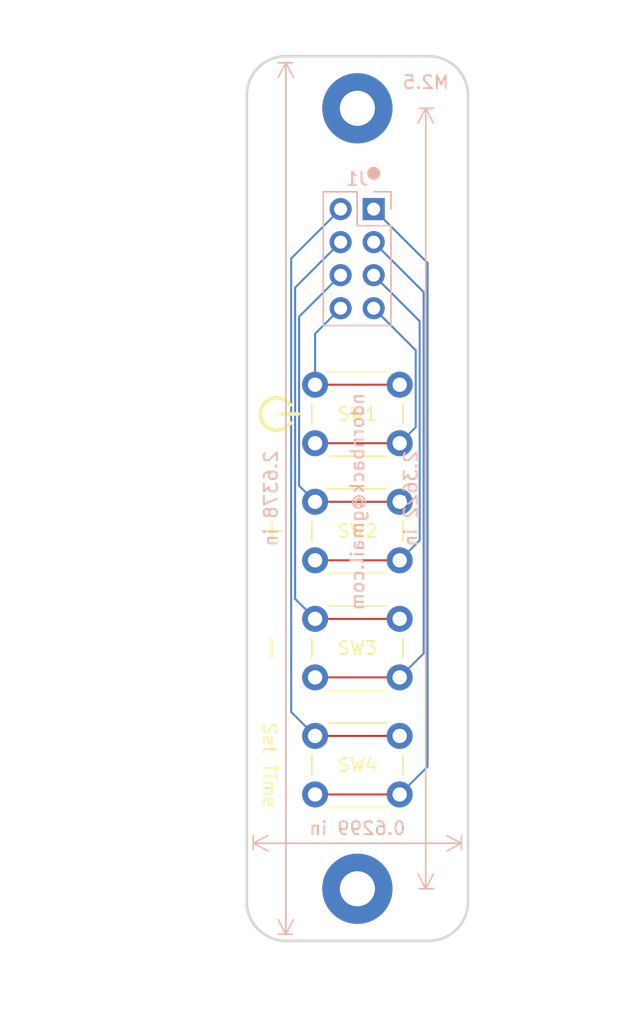
<source format=kicad_pcb>
(kicad_pcb (version 20171130) (host pcbnew "(5.1.5-0-10_14)")

  (general
    (thickness 1.6)
    (drawings 31)
    (tracks 37)
    (zones 0)
    (modules 8)
    (nets 9)
  )

  (page A4)
  (layers
    (0 F.Cu signal)
    (31 B.Cu signal)
    (32 B.Adhes user)
    (33 F.Adhes user)
    (34 B.Paste user)
    (35 F.Paste user)
    (36 B.SilkS user)
    (37 F.SilkS user)
    (38 B.Mask user)
    (39 F.Mask user)
    (40 Dwgs.User user)
    (41 Cmts.User user)
    (42 Eco1.User user)
    (43 Eco2.User user)
    (44 Edge.Cuts user)
    (45 Margin user)
    (46 B.CrtYd user)
    (47 F.CrtYd user)
    (48 B.Fab user)
    (49 F.Fab user hide)
  )

  (setup
    (last_trace_width 0.1524)
    (user_trace_width 0.1524)
    (trace_clearance 0.1524)
    (zone_clearance 0.508)
    (zone_45_only no)
    (trace_min 0.1524)
    (via_size 0.381)
    (via_drill 0.254)
    (via_min_size 0.381)
    (via_min_drill 0.254)
    (uvia_size 0.3)
    (uvia_drill 0.1)
    (uvias_allowed no)
    (uvia_min_size 0.2)
    (uvia_min_drill 0.1)
    (edge_width 0.05)
    (segment_width 0.2)
    (pcb_text_width 0.3)
    (pcb_text_size 1.5 1.5)
    (mod_edge_width 0.12)
    (mod_text_size 1 1)
    (mod_text_width 0.15)
    (pad_size 1.524 1.524)
    (pad_drill 0.762)
    (pad_to_mask_clearance 0.051)
    (solder_mask_min_width 0.25)
    (aux_axis_origin 0 0)
    (visible_elements FFFFFF7F)
    (pcbplotparams
      (layerselection 0x010fc_ffffffff)
      (usegerberextensions false)
      (usegerberattributes false)
      (usegerberadvancedattributes false)
      (creategerberjobfile false)
      (excludeedgelayer true)
      (linewidth 0.100000)
      (plotframeref false)
      (viasonmask false)
      (mode 1)
      (useauxorigin false)
      (hpglpennumber 1)
      (hpglpenspeed 20)
      (hpglpendiameter 15.000000)
      (psnegative false)
      (psa4output false)
      (plotreference true)
      (plotvalue true)
      (plotinvisibletext false)
      (padsonsilk false)
      (subtractmaskfromsilk false)
      (outputformat 1)
      (mirror false)
      (drillshape 1)
      (scaleselection 1)
      (outputdirectory ""))
  )

  (net 0 "")
  (net 1 /display_return)
  (net 2 /display)
  (net 3 /plus_return)
  (net 4 /plus)
  (net 5 /minus_return)
  (net 6 /minus)
  (net 7 /prog_return)
  (net 8 /prog)

  (net_class Default "This is the default net class."
    (clearance 0.1524)
    (trace_width 0.1524)
    (via_dia 0.381)
    (via_drill 0.254)
    (uvia_dia 0.3)
    (uvia_drill 0.1)
    (add_net /display)
    (add_net /display_return)
    (add_net /minus)
    (add_net /minus_return)
    (add_net /plus)
    (add_net /plus_return)
    (add_net /prog)
    (add_net /prog_return)
  )

  (module footprints-nad:power-symbol-on-off (layer F.Cu) (tedit 0) (tstamp 5EA4722D)
    (at 185.25 92.25 270)
    (fp_text reference G*** (at 0 0 90) (layer F.SilkS) hide
      (effects (font (size 1.524 1.524) (thickness 0.3)))
    )
    (fp_text value LOGO (at 0.75 0 90) (layer F.SilkS) hide
      (effects (font (size 1.524 1.524) (thickness 0.3)))
    )
    (fp_poly (pts (xy 0.028378 -1.584781) (xy 0.055451 -1.574406) (xy 0.082787 -1.55494) (xy 0.106777 -1.529388)
      (xy 0.120303 -1.508236) (xy 0.136525 -1.476713) (xy 0.136525 -0.117475) (xy 0.116801 -0.08255)
      (xy 0.091932 -0.049546) (xy 0.060781 -0.025646) (xy 0.025473 -0.011865) (xy -0.011866 -0.009218)
      (xy -0.030289 -0.012302) (xy -0.063075 -0.026484) (xy -0.093053 -0.050677) (xy -0.116951 -0.082197)
      (xy -0.118197 -0.084402) (xy -0.136525 -0.117475) (xy -0.136525 -1.476713) (xy -0.120304 -1.508236)
      (xy -0.096254 -1.542554) (xy -0.065094 -1.567809) (xy -0.028871 -1.582945) (xy 0.010365 -1.586909)
      (xy 0.028378 -1.584781)) (layer F.SilkS) (width 0.01))
    (fp_poly (pts (xy -0.646852 -0.978824) (xy -0.614708 -0.961854) (xy -0.588767 -0.93728) (xy -0.57028 -0.906721)
      (xy -0.560498 -0.871798) (xy -0.560673 -0.83413) (xy -0.572057 -0.795336) (xy -0.574822 -0.789493)
      (xy -0.584912 -0.772309) (xy -0.598344 -0.756116) (xy -0.617506 -0.738481) (xy -0.644784 -0.716968)
      (xy -0.649219 -0.713633) (xy -0.744584 -0.634784) (xy -0.829569 -0.548984) (xy -0.903936 -0.456661)
      (xy -0.967447 -0.358239) (xy -1.019864 -0.254145) (xy -1.060951 -0.144807) (xy -1.09047 -0.030649)
      (xy -1.108184 0.087902) (xy -1.110461 0.114378) (xy -1.11301 0.232063) (xy -1.103199 0.34836)
      (xy -1.081357 0.462389) (xy -1.047814 0.573272) (xy -1.0029 0.68013) (xy -0.946945 0.782084)
      (xy -0.880279 0.878254) (xy -0.80323 0.967762) (xy -0.782497 0.988882) (xy -0.694341 1.067603)
      (xy -0.599434 1.135809) (xy -0.498559 1.193209) (xy -0.392501 1.23951) (xy -0.282042 1.274422)
      (xy -0.167967 1.297652) (xy -0.05106 1.308909) (xy 0.067896 1.307901) (xy 0.073747 1.307532)
      (xy 0.163012 1.298665) (xy 0.246273 1.283679) (xy 0.326965 1.261627) (xy 0.408524 1.231563)
      (xy 0.494386 1.192541) (xy 0.498475 1.190526) (xy 0.60118 1.132769) (xy 0.696267 1.065113)
      (xy 0.783143 0.988234) (xy 0.861218 0.902812) (xy 0.9299 0.809523) (xy 0.988599 0.709047)
      (xy 1.036723 0.602061) (xy 1.054539 0.552671) (xy 1.086512 0.437692) (xy 1.106237 0.321254)
      (xy 1.11371 0.204279) (xy 1.108926 0.087691) (xy 1.091884 -0.027588) (xy 1.062578 -0.140636)
      (xy 1.057386 -0.156561) (xy 1.014831 -0.265652) (xy 0.962408 -0.367571) (xy 0.899684 -0.462916)
      (xy 0.82623 -0.552282) (xy 0.741613 -0.636266) (xy 0.662256 -0.702573) (xy 0.626365 -0.731152)
      (xy 0.599725 -0.754586) (xy 0.581012 -0.774757) (xy 0.568901 -0.79355) (xy 0.562067 -0.812849)
      (xy 0.559184 -0.834537) (xy 0.5588 -0.849649) (xy 0.564321 -0.890692) (xy 0.58001 -0.926025)
      (xy 0.604554 -0.954154) (xy 0.63664 -0.973582) (xy 0.674955 -0.982815) (xy 0.675758 -0.982884)
      (xy 0.700803 -0.98418) (xy 0.722007 -0.982777) (xy 0.741902 -0.977655) (xy 0.763024 -0.967795)
      (xy 0.787906 -0.952177) (xy 0.819083 -0.929783) (xy 0.832197 -0.919971) (xy 0.928873 -0.839753)
      (xy 1.019183 -0.749882) (xy 1.101638 -0.652141) (xy 1.174748 -0.548313) (xy 1.237024 -0.44018)
      (xy 1.243025 -0.428347) (xy 1.295271 -0.310042) (xy 1.336377 -0.186763) (xy 1.366015 -0.060038)
      (xy 1.383856 0.068606) (xy 1.389571 0.197642) (xy 1.388447 0.24765) (xy 1.376724 0.381868)
      (xy 1.352883 0.512293) (xy 1.316937 0.638887) (xy 1.268899 0.761617) (xy 1.208781 0.880445)
      (xy 1.136597 0.995337) (xy 1.096479 1.050644) (xy 1.071471 1.081327) (xy 1.039244 1.117486)
      (xy 1.002375 1.156508) (xy 0.963437 1.195783) (xy 0.925007 1.232699) (xy 0.889658 1.264646)
      (xy 0.866075 1.284282) (xy 0.757588 1.36191) (xy 0.64266 1.428803) (xy 0.522165 1.48457)
      (xy 0.396981 1.528822) (xy 0.267983 1.561171) (xy 0.225425 1.569049) (xy 0.184817 1.574528)
      (xy 0.135503 1.578997) (xy 0.080779 1.582349) (xy 0.023938 1.584478) (xy -0.031724 1.585279)
      (xy -0.082913 1.584645) (xy -0.126335 1.582469) (xy -0.142875 1.580912) (xy -0.275712 1.559617)
      (xy -0.4041 1.526718) (xy -0.527451 1.48262) (xy -0.645177 1.427729) (xy -0.75669 1.36245)
      (xy -0.861401 1.28719) (xy -0.958721 1.202355) (xy -1.048063 1.10835) (xy -1.128837 1.00558)
      (xy -1.200456 0.894452) (xy -1.23783 0.825816) (xy -1.2926 0.704835) (xy -1.335358 0.580612)
      (xy -1.365973 0.453866) (xy -1.384314 0.325314) (xy -1.39025 0.195672) (xy -1.383649 0.065658)
      (xy -1.381121 0.042281) (xy -1.359368 -0.091657) (xy -1.326037 -0.220385) (xy -1.281095 -0.343976)
      (xy -1.22451 -0.462504) (xy -1.156249 -0.576045) (xy -1.07628 -0.684673) (xy -1.045892 -0.721111)
      (xy -1.00902 -0.761838) (xy -0.968724 -0.802609) (xy -0.926533 -0.842173) (xy -0.883974 -0.879284)
      (xy -0.842577 -0.912691) (xy -0.80387 -0.941147) (xy -0.769381 -0.963403) (xy -0.740638 -0.97821)
      (xy -0.724741 -0.983477) (xy -0.683947 -0.986572) (xy -0.646852 -0.978824)) (layer F.SilkS) (width 0.01))
  )

  (module MountingHole:MountingHole_2.7mm_M2.5_Pad (layer F.Cu) (tedit 56D1B4CB) (tstamp 5EA47201)
    (at 191.25 128.75)
    (descr "Mounting Hole 2.7mm, M2.5")
    (tags "mounting hole 2.7mm m2.5")
    (attr virtual)
    (fp_text reference REF** (at 0 -3.7) (layer F.SilkS) hide
      (effects (font (size 1 1) (thickness 0.15)))
    )
    (fp_text value MountingHole_2.7mm_M2.5_Pad (at 0 3.7) (layer F.Fab)
      (effects (font (size 1 1) (thickness 0.15)))
    )
    (fp_circle (center 0 0) (end 2.95 0) (layer F.CrtYd) (width 0.05))
    (fp_circle (center 0 0) (end 2.7 0) (layer Cmts.User) (width 0.15))
    (fp_text user %R (at 0.3 0) (layer F.Fab)
      (effects (font (size 1 1) (thickness 0.15)))
    )
    (pad 1 thru_hole circle (at 0 0) (size 5.4 5.4) (drill 2.7) (layers *.Cu *.Mask))
  )

  (module MountingHole:MountingHole_2.7mm_M2.5_Pad (layer F.Cu) (tedit 56D1B4CB) (tstamp 5EA4700D)
    (at 191.25 68.75)
    (descr "Mounting Hole 2.7mm, M2.5")
    (tags "mounting hole 2.7mm m2.5")
    (attr virtual)
    (fp_text reference REF** (at 0 -3.7) (layer F.SilkS) hide
      (effects (font (size 1 1) (thickness 0.15)))
    )
    (fp_text value MountingHole_2.7mm_M2.5_Pad (at 0 3.7) (layer F.Fab)
      (effects (font (size 1 1) (thickness 0.15)))
    )
    (fp_circle (center 0 0) (end 2.95 0) (layer F.CrtYd) (width 0.05))
    (fp_circle (center 0 0) (end 2.7 0) (layer Cmts.User) (width 0.15))
    (fp_text user %R (at 0.3 0) (layer F.Fab)
      (effects (font (size 1 1) (thickness 0.15)))
    )
    (pad 1 thru_hole circle (at 0 0) (size 5.4 5.4) (drill 2.7) (layers *.Cu *.Mask))
  )

  (module Button_Switch_THT:SW_PUSH_6mm (layer F.Cu) (tedit 5A02FE31) (tstamp 5EA46802)
    (at 188 117)
    (descr https://www.omron.com/ecb/products/pdf/en-b3f.pdf)
    (tags "tact sw push 6mm")
    (path /5EA3EF85)
    (fp_text reference SW4 (at 3.25 2.25) (layer F.SilkS)
      (effects (font (size 1 1) (thickness 0.15)))
    )
    (fp_text value SW_Push (at 3.75 6.7) (layer F.Fab)
      (effects (font (size 1 1) (thickness 0.15)))
    )
    (fp_circle (center 3.25 2.25) (end 1.25 2.5) (layer F.Fab) (width 0.1))
    (fp_line (start 6.75 3) (end 6.75 1.5) (layer F.SilkS) (width 0.12))
    (fp_line (start 5.5 -1) (end 1 -1) (layer F.SilkS) (width 0.12))
    (fp_line (start -0.25 1.5) (end -0.25 3) (layer F.SilkS) (width 0.12))
    (fp_line (start 1 5.5) (end 5.5 5.5) (layer F.SilkS) (width 0.12))
    (fp_line (start 8 -1.25) (end 8 5.75) (layer F.CrtYd) (width 0.05))
    (fp_line (start 7.75 6) (end -1.25 6) (layer F.CrtYd) (width 0.05))
    (fp_line (start -1.5 5.75) (end -1.5 -1.25) (layer F.CrtYd) (width 0.05))
    (fp_line (start -1.25 -1.5) (end 7.75 -1.5) (layer F.CrtYd) (width 0.05))
    (fp_line (start -1.5 6) (end -1.25 6) (layer F.CrtYd) (width 0.05))
    (fp_line (start -1.5 5.75) (end -1.5 6) (layer F.CrtYd) (width 0.05))
    (fp_line (start -1.5 -1.5) (end -1.25 -1.5) (layer F.CrtYd) (width 0.05))
    (fp_line (start -1.5 -1.25) (end -1.5 -1.5) (layer F.CrtYd) (width 0.05))
    (fp_line (start 8 -1.5) (end 8 -1.25) (layer F.CrtYd) (width 0.05))
    (fp_line (start 7.75 -1.5) (end 8 -1.5) (layer F.CrtYd) (width 0.05))
    (fp_line (start 8 6) (end 8 5.75) (layer F.CrtYd) (width 0.05))
    (fp_line (start 7.75 6) (end 8 6) (layer F.CrtYd) (width 0.05))
    (fp_line (start 0.25 -0.75) (end 3.25 -0.75) (layer F.Fab) (width 0.1))
    (fp_line (start 0.25 5.25) (end 0.25 -0.75) (layer F.Fab) (width 0.1))
    (fp_line (start 6.25 5.25) (end 0.25 5.25) (layer F.Fab) (width 0.1))
    (fp_line (start 6.25 -0.75) (end 6.25 5.25) (layer F.Fab) (width 0.1))
    (fp_line (start 3.25 -0.75) (end 6.25 -0.75) (layer F.Fab) (width 0.1))
    (fp_text user %R (at 3.25 2.25) (layer F.Fab)
      (effects (font (size 1 1) (thickness 0.15)))
    )
    (pad 1 thru_hole circle (at 6.5 0 90) (size 2 2) (drill 1.1) (layers *.Cu *.Mask)
      (net 7 /prog_return))
    (pad 2 thru_hole circle (at 6.5 4.5 90) (size 2 2) (drill 1.1) (layers *.Cu *.Mask)
      (net 8 /prog))
    (pad 1 thru_hole circle (at 0 0 90) (size 2 2) (drill 1.1) (layers *.Cu *.Mask)
      (net 7 /prog_return))
    (pad 2 thru_hole circle (at 0 4.5 90) (size 2 2) (drill 1.1) (layers *.Cu *.Mask)
      (net 8 /prog))
    (model ${KISYS3DMOD}/Button_Switch_THT.3dshapes/SW_PUSH_6mm.wrl
      (at (xyz 0 0 0))
      (scale (xyz 1 1 1))
      (rotate (xyz 0 0 0))
    )
  )

  (module Button_Switch_THT:SW_PUSH_6mm (layer F.Cu) (tedit 5A02FE31) (tstamp 5EA46B29)
    (at 188 108)
    (descr https://www.omron.com/ecb/products/pdf/en-b3f.pdf)
    (tags "tact sw push 6mm")
    (path /5EA3EDB4)
    (fp_text reference SW3 (at 3.25 2.25) (layer F.SilkS)
      (effects (font (size 1 1) (thickness 0.15)))
    )
    (fp_text value SW_Push (at 3.75 6.7) (layer F.Fab)
      (effects (font (size 1 1) (thickness 0.15)))
    )
    (fp_circle (center 3.25 2.25) (end 1.25 2.5) (layer F.Fab) (width 0.1))
    (fp_line (start 6.75 3) (end 6.75 1.5) (layer F.SilkS) (width 0.12))
    (fp_line (start 5.5 -1) (end 1 -1) (layer F.SilkS) (width 0.12))
    (fp_line (start -0.25 1.5) (end -0.25 3) (layer F.SilkS) (width 0.12))
    (fp_line (start 1 5.5) (end 5.5 5.5) (layer F.SilkS) (width 0.12))
    (fp_line (start 8 -1.25) (end 8 5.75) (layer F.CrtYd) (width 0.05))
    (fp_line (start 7.75 6) (end -1.25 6) (layer F.CrtYd) (width 0.05))
    (fp_line (start -1.5 5.75) (end -1.5 -1.25) (layer F.CrtYd) (width 0.05))
    (fp_line (start -1.25 -1.5) (end 7.75 -1.5) (layer F.CrtYd) (width 0.05))
    (fp_line (start -1.5 6) (end -1.25 6) (layer F.CrtYd) (width 0.05))
    (fp_line (start -1.5 5.75) (end -1.5 6) (layer F.CrtYd) (width 0.05))
    (fp_line (start -1.5 -1.5) (end -1.25 -1.5) (layer F.CrtYd) (width 0.05))
    (fp_line (start -1.5 -1.25) (end -1.5 -1.5) (layer F.CrtYd) (width 0.05))
    (fp_line (start 8 -1.5) (end 8 -1.25) (layer F.CrtYd) (width 0.05))
    (fp_line (start 7.75 -1.5) (end 8 -1.5) (layer F.CrtYd) (width 0.05))
    (fp_line (start 8 6) (end 8 5.75) (layer F.CrtYd) (width 0.05))
    (fp_line (start 7.75 6) (end 8 6) (layer F.CrtYd) (width 0.05))
    (fp_line (start 0.25 -0.75) (end 3.25 -0.75) (layer F.Fab) (width 0.1))
    (fp_line (start 0.25 5.25) (end 0.25 -0.75) (layer F.Fab) (width 0.1))
    (fp_line (start 6.25 5.25) (end 0.25 5.25) (layer F.Fab) (width 0.1))
    (fp_line (start 6.25 -0.75) (end 6.25 5.25) (layer F.Fab) (width 0.1))
    (fp_line (start 3.25 -0.75) (end 6.25 -0.75) (layer F.Fab) (width 0.1))
    (fp_text user %R (at 3.25 2.25) (layer F.Fab)
      (effects (font (size 1 1) (thickness 0.15)))
    )
    (pad 1 thru_hole circle (at 6.5 0 90) (size 2 2) (drill 1.1) (layers *.Cu *.Mask)
      (net 5 /minus_return))
    (pad 2 thru_hole circle (at 6.5 4.5 90) (size 2 2) (drill 1.1) (layers *.Cu *.Mask)
      (net 6 /minus))
    (pad 1 thru_hole circle (at 0 0 90) (size 2 2) (drill 1.1) (layers *.Cu *.Mask)
      (net 5 /minus_return))
    (pad 2 thru_hole circle (at 0 4.5 90) (size 2 2) (drill 1.1) (layers *.Cu *.Mask)
      (net 6 /minus))
    (model ${KISYS3DMOD}/Button_Switch_THT.3dshapes/SW_PUSH_6mm.wrl
      (at (xyz 0 0 0))
      (scale (xyz 1 1 1))
      (rotate (xyz 0 0 0))
    )
  )

  (module Button_Switch_THT:SW_PUSH_6mm (layer F.Cu) (tedit 5A02FE31) (tstamp 5EA467C4)
    (at 188 99)
    (descr https://www.omron.com/ecb/products/pdf/en-b3f.pdf)
    (tags "tact sw push 6mm")
    (path /5EA3EB5C)
    (fp_text reference SW2 (at 3.25 2.25) (layer F.SilkS)
      (effects (font (size 1 1) (thickness 0.15)))
    )
    (fp_text value SW_Push (at 3.75 6.7) (layer F.Fab)
      (effects (font (size 1 1) (thickness 0.15)))
    )
    (fp_circle (center 3.25 2.25) (end 1.25 2.5) (layer F.Fab) (width 0.1))
    (fp_line (start 6.75 3) (end 6.75 1.5) (layer F.SilkS) (width 0.12))
    (fp_line (start 5.5 -1) (end 1 -1) (layer F.SilkS) (width 0.12))
    (fp_line (start -0.25 1.5) (end -0.25 3) (layer F.SilkS) (width 0.12))
    (fp_line (start 1 5.5) (end 5.5 5.5) (layer F.SilkS) (width 0.12))
    (fp_line (start 8 -1.25) (end 8 5.75) (layer F.CrtYd) (width 0.05))
    (fp_line (start 7.75 6) (end -1.25 6) (layer F.CrtYd) (width 0.05))
    (fp_line (start -1.5 5.75) (end -1.5 -1.25) (layer F.CrtYd) (width 0.05))
    (fp_line (start -1.25 -1.5) (end 7.75 -1.5) (layer F.CrtYd) (width 0.05))
    (fp_line (start -1.5 6) (end -1.25 6) (layer F.CrtYd) (width 0.05))
    (fp_line (start -1.5 5.75) (end -1.5 6) (layer F.CrtYd) (width 0.05))
    (fp_line (start -1.5 -1.5) (end -1.25 -1.5) (layer F.CrtYd) (width 0.05))
    (fp_line (start -1.5 -1.25) (end -1.5 -1.5) (layer F.CrtYd) (width 0.05))
    (fp_line (start 8 -1.5) (end 8 -1.25) (layer F.CrtYd) (width 0.05))
    (fp_line (start 7.75 -1.5) (end 8 -1.5) (layer F.CrtYd) (width 0.05))
    (fp_line (start 8 6) (end 8 5.75) (layer F.CrtYd) (width 0.05))
    (fp_line (start 7.75 6) (end 8 6) (layer F.CrtYd) (width 0.05))
    (fp_line (start 0.25 -0.75) (end 3.25 -0.75) (layer F.Fab) (width 0.1))
    (fp_line (start 0.25 5.25) (end 0.25 -0.75) (layer F.Fab) (width 0.1))
    (fp_line (start 6.25 5.25) (end 0.25 5.25) (layer F.Fab) (width 0.1))
    (fp_line (start 6.25 -0.75) (end 6.25 5.25) (layer F.Fab) (width 0.1))
    (fp_line (start 3.25 -0.75) (end 6.25 -0.75) (layer F.Fab) (width 0.1))
    (fp_text user %R (at 3.25 2.25) (layer F.Fab)
      (effects (font (size 1 1) (thickness 0.15)))
    )
    (pad 1 thru_hole circle (at 6.5 0 90) (size 2 2) (drill 1.1) (layers *.Cu *.Mask)
      (net 3 /plus_return))
    (pad 2 thru_hole circle (at 6.5 4.5 90) (size 2 2) (drill 1.1) (layers *.Cu *.Mask)
      (net 4 /plus))
    (pad 1 thru_hole circle (at 0 0 90) (size 2 2) (drill 1.1) (layers *.Cu *.Mask)
      (net 3 /plus_return))
    (pad 2 thru_hole circle (at 0 4.5 90) (size 2 2) (drill 1.1) (layers *.Cu *.Mask)
      (net 4 /plus))
    (model ${KISYS3DMOD}/Button_Switch_THT.3dshapes/SW_PUSH_6mm.wrl
      (at (xyz 0 0 0))
      (scale (xyz 1 1 1))
      (rotate (xyz 0 0 0))
    )
  )

  (module Button_Switch_THT:SW_PUSH_6mm (layer F.Cu) (tedit 5A02FE31) (tstamp 5EA469C1)
    (at 188 90)
    (descr https://www.omron.com/ecb/products/pdf/en-b3f.pdf)
    (tags "tact sw push 6mm")
    (path /5EA3E0DF)
    (fp_text reference SW1 (at 3.25 2.25) (layer F.SilkS)
      (effects (font (size 1 1) (thickness 0.15)))
    )
    (fp_text value SW_Push (at 3.75 6.7) (layer F.Fab)
      (effects (font (size 1 1) (thickness 0.15)))
    )
    (fp_circle (center 3.25 2.25) (end 1.25 2.5) (layer F.Fab) (width 0.1))
    (fp_line (start 6.75 3) (end 6.75 1.5) (layer F.SilkS) (width 0.12))
    (fp_line (start 5.5 -1) (end 1 -1) (layer F.SilkS) (width 0.12))
    (fp_line (start -0.25 1.5) (end -0.25 3) (layer F.SilkS) (width 0.12))
    (fp_line (start 1 5.5) (end 5.5 5.5) (layer F.SilkS) (width 0.12))
    (fp_line (start 8 -1.25) (end 8 5.75) (layer F.CrtYd) (width 0.05))
    (fp_line (start 7.75 6) (end -1.25 6) (layer F.CrtYd) (width 0.05))
    (fp_line (start -1.5 5.75) (end -1.5 -1.25) (layer F.CrtYd) (width 0.05))
    (fp_line (start -1.25 -1.5) (end 7.75 -1.5) (layer F.CrtYd) (width 0.05))
    (fp_line (start -1.5 6) (end -1.25 6) (layer F.CrtYd) (width 0.05))
    (fp_line (start -1.5 5.75) (end -1.5 6) (layer F.CrtYd) (width 0.05))
    (fp_line (start -1.5 -1.5) (end -1.25 -1.5) (layer F.CrtYd) (width 0.05))
    (fp_line (start -1.5 -1.25) (end -1.5 -1.5) (layer F.CrtYd) (width 0.05))
    (fp_line (start 8 -1.5) (end 8 -1.25) (layer F.CrtYd) (width 0.05))
    (fp_line (start 7.75 -1.5) (end 8 -1.5) (layer F.CrtYd) (width 0.05))
    (fp_line (start 8 6) (end 8 5.75) (layer F.CrtYd) (width 0.05))
    (fp_line (start 7.75 6) (end 8 6) (layer F.CrtYd) (width 0.05))
    (fp_line (start 0.25 -0.75) (end 3.25 -0.75) (layer F.Fab) (width 0.1))
    (fp_line (start 0.25 5.25) (end 0.25 -0.75) (layer F.Fab) (width 0.1))
    (fp_line (start 6.25 5.25) (end 0.25 5.25) (layer F.Fab) (width 0.1))
    (fp_line (start 6.25 -0.75) (end 6.25 5.25) (layer F.Fab) (width 0.1))
    (fp_line (start 3.25 -0.75) (end 6.25 -0.75) (layer F.Fab) (width 0.1))
    (fp_text user %R (at 3.25 2.25) (layer F.Fab)
      (effects (font (size 1 1) (thickness 0.15)))
    )
    (pad 1 thru_hole circle (at 6.5 0 90) (size 2 2) (drill 1.1) (layers *.Cu *.Mask)
      (net 1 /display_return))
    (pad 2 thru_hole circle (at 6.5 4.5 90) (size 2 2) (drill 1.1) (layers *.Cu *.Mask)
      (net 2 /display))
    (pad 1 thru_hole circle (at 0 0 90) (size 2 2) (drill 1.1) (layers *.Cu *.Mask)
      (net 1 /display_return))
    (pad 2 thru_hole circle (at 0 4.5 90) (size 2 2) (drill 1.1) (layers *.Cu *.Mask)
      (net 2 /display))
    (model ${KISYS3DMOD}/Button_Switch_THT.3dshapes/SW_PUSH_6mm.wrl
      (at (xyz 0 0 0))
      (scale (xyz 1 1 1))
      (rotate (xyz 0 0 0))
    )
  )

  (module Connector_PinHeader_2.54mm:PinHeader_2x04_P2.54mm_Vertical (layer B.Cu) (tedit 59FED5CC) (tstamp 5EA47067)
    (at 192.5 76.5 180)
    (descr "Through hole straight pin header, 2x04, 2.54mm pitch, double rows")
    (tags "Through hole pin header THT 2x04 2.54mm double row")
    (path /5EA3D249)
    (fp_text reference J1 (at 1.27 2.33) (layer B.SilkS)
      (effects (font (size 1 1) (thickness 0.15)) (justify mirror))
    )
    (fp_text value Conn_01x08 (at 1.27 -9.95) (layer B.Fab)
      (effects (font (size 1 1) (thickness 0.15)) (justify mirror))
    )
    (fp_text user %R (at 1.27 -3.81) (layer B.Fab)
      (effects (font (size 1 1) (thickness 0.15)) (justify mirror))
    )
    (fp_line (start 4.35 1.8) (end -1.8 1.8) (layer B.CrtYd) (width 0.05))
    (fp_line (start 4.35 -9.4) (end 4.35 1.8) (layer B.CrtYd) (width 0.05))
    (fp_line (start -1.8 -9.4) (end 4.35 -9.4) (layer B.CrtYd) (width 0.05))
    (fp_line (start -1.8 1.8) (end -1.8 -9.4) (layer B.CrtYd) (width 0.05))
    (fp_line (start -1.33 1.33) (end 0 1.33) (layer B.SilkS) (width 0.12))
    (fp_line (start -1.33 0) (end -1.33 1.33) (layer B.SilkS) (width 0.12))
    (fp_line (start 1.27 1.33) (end 3.87 1.33) (layer B.SilkS) (width 0.12))
    (fp_line (start 1.27 -1.27) (end 1.27 1.33) (layer B.SilkS) (width 0.12))
    (fp_line (start -1.33 -1.27) (end 1.27 -1.27) (layer B.SilkS) (width 0.12))
    (fp_line (start 3.87 1.33) (end 3.87 -8.95) (layer B.SilkS) (width 0.12))
    (fp_line (start -1.33 -1.27) (end -1.33 -8.95) (layer B.SilkS) (width 0.12))
    (fp_line (start -1.33 -8.95) (end 3.87 -8.95) (layer B.SilkS) (width 0.12))
    (fp_line (start -1.27 0) (end 0 1.27) (layer B.Fab) (width 0.1))
    (fp_line (start -1.27 -8.89) (end -1.27 0) (layer B.Fab) (width 0.1))
    (fp_line (start 3.81 -8.89) (end -1.27 -8.89) (layer B.Fab) (width 0.1))
    (fp_line (start 3.81 1.27) (end 3.81 -8.89) (layer B.Fab) (width 0.1))
    (fp_line (start 0 1.27) (end 3.81 1.27) (layer B.Fab) (width 0.1))
    (pad 8 thru_hole oval (at 2.54 -7.62 180) (size 1.7 1.7) (drill 1) (layers *.Cu *.Mask)
      (net 1 /display_return))
    (pad 7 thru_hole oval (at 0 -7.62 180) (size 1.7 1.7) (drill 1) (layers *.Cu *.Mask)
      (net 2 /display))
    (pad 6 thru_hole oval (at 2.54 -5.08 180) (size 1.7 1.7) (drill 1) (layers *.Cu *.Mask)
      (net 3 /plus_return))
    (pad 5 thru_hole oval (at 0 -5.08 180) (size 1.7 1.7) (drill 1) (layers *.Cu *.Mask)
      (net 4 /plus))
    (pad 4 thru_hole oval (at 2.54 -2.54 180) (size 1.7 1.7) (drill 1) (layers *.Cu *.Mask)
      (net 5 /minus_return))
    (pad 3 thru_hole oval (at 0 -2.54 180) (size 1.7 1.7) (drill 1) (layers *.Cu *.Mask)
      (net 6 /minus))
    (pad 2 thru_hole oval (at 2.54 0 180) (size 1.7 1.7) (drill 1) (layers *.Cu *.Mask)
      (net 7 /prog_return))
    (pad 1 thru_hole rect (at 0 0 180) (size 1.7 1.7) (drill 1) (layers *.Cu *.Mask)
      (net 8 /prog))
    (model ${KISYS3DMOD}/Connector_PinHeader_2.54mm.3dshapes/PinHeader_2x04_P2.54mm_Vertical.wrl
      (at (xyz 0 0 0))
      (scale (xyz 1 1 1))
      (rotate (xyz 0 0 0))
    )
  )

  (gr_circle (center 192.5 73.75) (end 192.75 73.75) (layer B.SilkS) (width 0.5))
  (gr_text ndornback@gmail.com (at 191.25 99 90) (layer B.SilkS)
    (effects (font (size 1 1) (thickness 0.15)) (justify mirror))
  )
  (gr_text M2.5 (at 196.5 66.75) (layer B.SilkS)
    (effects (font (size 1 1) (thickness 0.15)) (justify mirror))
  )
  (dimension 16 (width 0.12) (layer B.SilkS)
    (gr_text "17.000 mm" (at 191.25 123.98) (layer B.SilkS)
      (effects (font (size 1 1) (thickness 0.15)) (justify mirror))
    )
    (feature1 (pts (xy 199.25 125.75) (xy 199.25 124.663579)))
    (feature2 (pts (xy 183.25 125.75) (xy 183.25 124.663579)))
    (crossbar (pts (xy 183.25 125.25) (xy 199.25 125.25)))
    (arrow1a (pts (xy 199.25 125.25) (xy 198.123496 125.836421)))
    (arrow1b (pts (xy 199.25 125.25) (xy 198.123496 124.663579)))
    (arrow2a (pts (xy 183.25 125.25) (xy 184.376504 125.836421)))
    (arrow2b (pts (xy 183.25 125.25) (xy 184.376504 124.663579)))
  )
  (dimension 67 (width 0.12) (layer B.SilkS)
    (gr_text "68.000 mm" (at 184.48 98.75 90) (layer B.SilkS)
      (effects (font (size 1 1) (thickness 0.15)) (justify mirror))
    )
    (feature1 (pts (xy 186.25 65.25) (xy 185.163579 65.25)))
    (feature2 (pts (xy 186.25 132.25) (xy 185.163579 132.25)))
    (crossbar (pts (xy 185.75 132.25) (xy 185.75 65.25)))
    (arrow1a (pts (xy 185.75 65.25) (xy 186.336421 66.376504)))
    (arrow1b (pts (xy 185.75 65.25) (xy 185.163579 66.376504)))
    (arrow2a (pts (xy 185.75 132.25) (xy 186.336421 131.123496)))
    (arrow2b (pts (xy 185.75 132.25) (xy 185.163579 131.123496)))
  )
  (dimension 60 (width 0.12) (layer B.SilkS)
    (gr_text "60.000 mm" (at 197.77 98.75 90) (layer B.SilkS)
      (effects (font (size 1 1) (thickness 0.15)) (justify mirror))
    )
    (feature1 (pts (xy 196 68.75) (xy 197.086421 68.75)))
    (feature2 (pts (xy 196 128.75) (xy 197.086421 128.75)))
    (crossbar (pts (xy 196.5 128.75) (xy 196.5 68.75)))
    (arrow1a (pts (xy 196.5 68.75) (xy 197.086421 69.876504)))
    (arrow1b (pts (xy 196.5 68.75) (xy 195.913579 69.876504)))
    (arrow2a (pts (xy 196.5 128.75) (xy 197.086421 127.623496)))
    (arrow2b (pts (xy 196.5 128.75) (xy 195.913579 127.623496)))
  )
  (dimension 17 (width 0.15) (layer Dwgs.User)
    (gr_text "17.000 mm" (at 191.25 138.3) (layer Dwgs.User)
      (effects (font (size 1 1) (thickness 0.15)))
    )
    (feature1 (pts (xy 182.75 129.25) (xy 182.75 137.586421)))
    (feature2 (pts (xy 199.75 129.25) (xy 199.75 137.586421)))
    (crossbar (pts (xy 199.75 137) (xy 182.75 137)))
    (arrow1a (pts (xy 182.75 137) (xy 183.876504 136.413579)))
    (arrow1b (pts (xy 182.75 137) (xy 183.876504 137.586421)))
    (arrow2a (pts (xy 199.75 137) (xy 198.623496 136.413579)))
    (arrow2b (pts (xy 199.75 137) (xy 198.623496 137.586421)))
  )
  (dimension 60 (width 0.15) (layer Dwgs.User)
    (gr_text "60.000 mm" (at 210.55 98.75 90) (layer Dwgs.User)
      (effects (font (size 1 1) (thickness 0.15)))
    )
    (feature1 (pts (xy 191.25 68.75) (xy 209.836421 68.75)))
    (feature2 (pts (xy 191.25 128.75) (xy 209.836421 128.75)))
    (crossbar (pts (xy 209.25 128.75) (xy 209.25 68.75)))
    (arrow1a (pts (xy 209.25 68.75) (xy 209.836421 69.876504)))
    (arrow1b (pts (xy 209.25 68.75) (xy 208.663579 69.876504)))
    (arrow2a (pts (xy 209.25 128.75) (xy 209.836421 127.623496)))
    (arrow2b (pts (xy 209.25 128.75) (xy 208.663579 127.623496)))
  )
  (dimension 68 (width 0.15) (layer Dwgs.User)
    (gr_text "68.000 mm" (at 167.45 98.75 90) (layer Dwgs.User)
      (effects (font (size 1 1) (thickness 0.15)))
    )
    (feature1 (pts (xy 191.25 64.75) (xy 168.163579 64.75)))
    (feature2 (pts (xy 191.25 132.75) (xy 168.163579 132.75)))
    (crossbar (pts (xy 168.75 132.75) (xy 168.75 64.75)))
    (arrow1a (pts (xy 168.75 64.75) (xy 169.336421 65.876504)))
    (arrow1b (pts (xy 168.75 64.75) (xy 168.163579 65.876504)))
    (arrow2a (pts (xy 168.75 132.75) (xy 169.336421 131.623496)))
    (arrow2b (pts (xy 168.75 132.75) (xy 168.163579 131.623496)))
  )
  (gr_text "Cable Direction" (at 175.75 83.75) (layer Cmts.User)
    (effects (font (size 1 1) (thickness 0.15)))
  )
  (gr_arc (start 196.75 129.75) (end 196.75 132.75) (angle -90) (layer Edge.Cuts) (width 0.2) (tstamp 5EA47477))
  (gr_arc (start 185.75 129.75) (end 182.75 129.75) (angle -90) (layer Edge.Cuts) (width 0.2) (tstamp 5EA47477))
  (gr_arc (start 196.75 67.75) (end 199.75 67.75) (angle -90) (layer Edge.Cuts) (width 0.2) (tstamp 5EA47477))
  (gr_arc (start 185.75 67.75) (end 185.75 64.75) (angle -90) (layer Edge.Cuts) (width 0.2))
  (gr_line (start 199.75 129.75) (end 199.75 67.75) (layer Edge.Cuts) (width 0.2) (tstamp 5EA473E9))
  (gr_line (start 182.75 67.75) (end 182.75 129.75) (layer Edge.Cuts) (width 0.2) (tstamp 5EA477F0))
  (gr_line (start 196.75 64.75) (end 185.75 64.75) (layer Edge.Cuts) (width 0.2) (tstamp 5EA473E6))
  (gr_line (start 196.75 132.75) (end 185.75 132.75) (layer Edge.Cuts) (width 0.2))
  (gr_line (start 174 82) (end 172 80) (layer Cmts.User) (width 0.15) (tstamp 5EA4735F))
  (gr_line (start 174 78) (end 174 82) (layer Cmts.User) (width 0.15))
  (gr_line (start 172 80) (end 174 78) (layer Cmts.User) (width 0.15))
  (gr_line (start 181 80) (end 172 80) (layer Cmts.User) (width 0.15))
  (gr_line (start 184.5 87.5) (end 184.5 129.75) (layer Cmts.User) (width 0.15))
  (gr_line (start 185.25 92.25) (end 197.25 92.25) (layer Cmts.User) (width 0.15) (tstamp 5EA4724F))
  (gr_line (start 185.25 101.25) (end 197.25 101.25) (layer Cmts.User) (width 0.15) (tstamp 5EA4724F))
  (gr_line (start 185.25 110.25) (end 197.25 110.25) (layer Cmts.User) (width 0.15) (tstamp 5EA4724F))
  (gr_line (start 185.25 119.25) (end 197.25 119.25) (layer Cmts.User) (width 0.15))
  (gr_text "Set Time" (at 184.5 119.25 270) (layer F.SilkS) (tstamp 5EA47264)
    (effects (font (size 1 1) (thickness 0.15)))
  )
  (gr_text - (at 184.5 110.25 90) (layer F.SilkS) (tstamp 5EA4725F)
    (effects (font (size 2 2) (thickness 0.15)))
  )
  (gr_text + (at 184.5 101.25 90) (layer F.SilkS)
    (effects (font (size 2 2) (thickness 0.15)))
  )
  (gr_line (start 191.25 139) (end 191.25 60.5) (layer Cmts.User) (width 0.15))

  (segment (start 188 90) (end 194.5 90) (width 0.1524) (layer F.Cu) (net 1))
  (segment (start 188 86.08) (end 189.96 84.12) (width 0.1524) (layer B.Cu) (net 1))
  (segment (start 188 90) (end 188 86.08) (width 0.1524) (layer B.Cu) (net 1))
  (segment (start 188 94.5) (end 194.5 94.5) (width 0.1524) (layer F.Cu) (net 2))
  (segment (start 193.349999 84.969999) (end 192.5 84.12) (width 0.1524) (layer B.Cu) (net 2))
  (segment (start 195.728601 87.348601) (end 193.349999 84.969999) (width 0.1524) (layer B.Cu) (net 2))
  (segment (start 195.728601 93.271399) (end 195.728601 87.348601) (width 0.1524) (layer B.Cu) (net 2))
  (segment (start 194.5 94.5) (end 195.728601 93.271399) (width 0.1524) (layer B.Cu) (net 2))
  (segment (start 188 99) (end 194.5 99) (width 0.1524) (layer F.Cu) (net 3))
  (segment (start 189.110001 82.429999) (end 189.96 81.58) (width 0.1524) (layer B.Cu) (net 3))
  (segment (start 186.771399 84.768601) (end 189.110001 82.429999) (width 0.1524) (layer B.Cu) (net 3))
  (segment (start 186.771399 97.771399) (end 186.771399 84.768601) (width 0.1524) (layer B.Cu) (net 3))
  (segment (start 188 99) (end 186.771399 97.771399) (width 0.1524) (layer B.Cu) (net 3))
  (segment (start 188 103.5) (end 194.5 103.5) (width 0.1524) (layer F.Cu) (net 4))
  (segment (start 196.03341 85.11341) (end 193.349999 82.429999) (width 0.1524) (layer B.Cu) (net 4))
  (segment (start 196.03341 101.96659) (end 196.03341 85.11341) (width 0.1524) (layer B.Cu) (net 4))
  (segment (start 193.349999 82.429999) (end 192.5 81.58) (width 0.1524) (layer B.Cu) (net 4))
  (segment (start 194.5 103.5) (end 196.03341 101.96659) (width 0.1524) (layer B.Cu) (net 4))
  (segment (start 188 108) (end 194.5 108) (width 0.1524) (layer F.Cu) (net 5))
  (segment (start 186.466589 82.533411) (end 189.110001 79.889999) (width 0.1524) (layer B.Cu) (net 5))
  (segment (start 189.110001 79.889999) (end 189.96 79.04) (width 0.1524) (layer B.Cu) (net 5))
  (segment (start 186.466589 106.466589) (end 186.466589 82.533411) (width 0.1524) (layer B.Cu) (net 5))
  (segment (start 188 108) (end 186.466589 106.466589) (width 0.1524) (layer B.Cu) (net 5))
  (segment (start 188 112.5) (end 194.5 112.5) (width 0.1524) (layer F.Cu) (net 6))
  (segment (start 193.349999 79.889999) (end 192.5 79.04) (width 0.1524) (layer B.Cu) (net 6))
  (segment (start 196.338219 82.878219) (end 193.349999 79.889999) (width 0.1524) (layer B.Cu) (net 6))
  (segment (start 196.338219 110.661781) (end 196.338219 82.878219) (width 0.1524) (layer B.Cu) (net 6))
  (segment (start 194.5 112.5) (end 196.338219 110.661781) (width 0.1524) (layer B.Cu) (net 6))
  (segment (start 188 117) (end 194.5 117) (width 0.1524) (layer F.Cu) (net 7))
  (segment (start 189.110001 77.349999) (end 189.96 76.5) (width 0.1524) (layer B.Cu) (net 7))
  (segment (start 186.161779 80.298221) (end 189.110001 77.349999) (width 0.1524) (layer B.Cu) (net 7))
  (segment (start 186.161779 115.161779) (end 186.161779 80.298221) (width 0.1524) (layer B.Cu) (net 7))
  (segment (start 188 117) (end 186.161779 115.161779) (width 0.1524) (layer B.Cu) (net 7))
  (segment (start 188 121.5) (end 194.5 121.5) (width 0.1524) (layer F.Cu) (net 8))
  (segment (start 196.643028 119.356972) (end 196.643028 80.643028) (width 0.1524) (layer B.Cu) (net 8))
  (segment (start 194.5 121.5) (end 196.643028 119.356972) (width 0.1524) (layer B.Cu) (net 8))
  (segment (start 196.643028 80.643028) (end 192.5 76.5) (width 0.1524) (layer B.Cu) (net 8))

)

</source>
